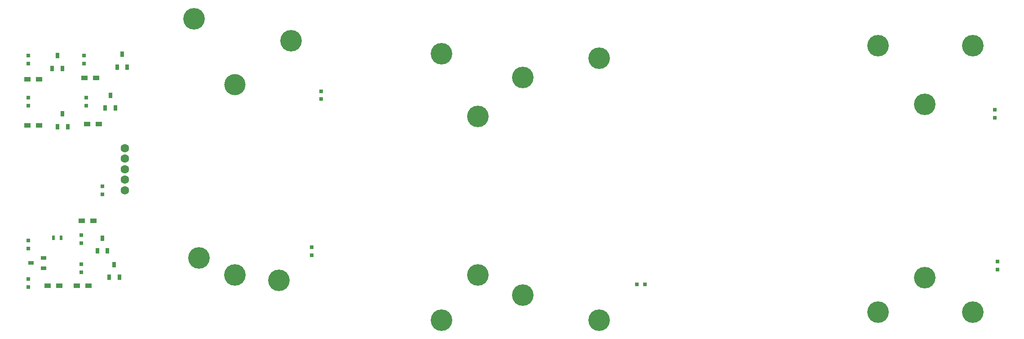
<source format=gbr>
G04 #@! TF.FileFunction,Soldermask,Top*
%FSLAX46Y46*%
G04 Gerber Fmt 4.6, Leading zero omitted, Abs format (unit mm)*
G04 Created by KiCad (PCBNEW (2015-07-16 BZR 5955, Git 27eafcb)-product) date 2015-11-01 22:56:04*
%MOMM*%
G01*
G04 APERTURE LIST*
%ADD10C,0.100000*%
%ADD11R,0.750000X0.800000*%
%ADD12R,0.800000X0.750000*%
%ADD13C,1.600000*%
%ADD14R,0.797560X0.797560*%
%ADD15R,0.500000X0.900000*%
%ADD16R,1.200000X0.900000*%
%ADD17R,1.000000X0.700000*%
%ADD18R,0.700000X1.000000*%
%ADD19C,4.000000*%
%ADD20C,4.064000*%
G04 APERTURE END LIST*
D10*
D11*
X77250000Y-75250000D03*
X77250000Y-76750000D03*
X118500000Y-58750000D03*
X118500000Y-57250000D03*
X116750000Y-88250000D03*
X116750000Y-86750000D03*
D12*
X179500000Y-93750000D03*
X178000000Y-93750000D03*
D11*
X245500000Y-62250000D03*
X245500000Y-60750000D03*
X246000000Y-91000000D03*
X246000000Y-89500000D03*
D13*
X81500000Y-68000000D03*
X81500000Y-70000000D03*
X81500000Y-72000000D03*
X81500000Y-74000000D03*
X81500000Y-76000000D03*
D14*
X63250000Y-86999300D03*
X63250000Y-85500700D03*
X63250000Y-92750700D03*
X63250000Y-94249300D03*
D15*
X68000000Y-85000000D03*
X69500000Y-85000000D03*
D16*
X66900000Y-94000000D03*
X69100000Y-94000000D03*
D17*
X66200000Y-90700000D03*
X66200000Y-88800000D03*
X63800000Y-89750000D03*
D14*
X63250000Y-50500700D03*
X63250000Y-51999300D03*
X63250000Y-58500700D03*
X63250000Y-59999300D03*
X73250000Y-85999300D03*
X73250000Y-84500700D03*
X73250000Y-90000700D03*
X73250000Y-91499300D03*
X73750000Y-50500700D03*
X73750000Y-51999300D03*
X74250000Y-58500700D03*
X74250000Y-59999300D03*
D18*
X67800000Y-52950000D03*
X69700000Y-52950000D03*
X68750000Y-50550000D03*
X68800000Y-63950000D03*
X70700000Y-63950000D03*
X69750000Y-61550000D03*
X76300000Y-87450000D03*
X78200000Y-87450000D03*
X77250000Y-85050000D03*
X78550000Y-92450000D03*
X80450000Y-92450000D03*
X79500000Y-90050000D03*
X80050000Y-52700000D03*
X81950000Y-52700000D03*
X81000000Y-50300000D03*
X77800000Y-60450000D03*
X79700000Y-60450000D03*
X78750000Y-58050000D03*
D16*
X63150000Y-55000000D03*
X65350000Y-55000000D03*
X63150000Y-63750000D03*
X65350000Y-63750000D03*
X73400000Y-81750000D03*
X75600000Y-81750000D03*
X74600000Y-94000000D03*
X72400000Y-94000000D03*
X73900000Y-54750000D03*
X76100000Y-54750000D03*
X74400000Y-63500000D03*
X76600000Y-63500000D03*
D19*
X102250000Y-56000000D03*
D20*
X102250000Y-92000000D03*
X148000000Y-92000000D03*
X232250000Y-92500000D03*
X232250000Y-59750000D03*
X148000000Y-62000000D03*
X110500000Y-93050000D03*
X94500000Y-43550000D03*
X141200000Y-100550000D03*
X141200000Y-50150000D03*
X170900000Y-100550000D03*
X170900000Y-51050000D03*
X223500000Y-48650000D03*
X223500000Y-99050000D03*
X241300000Y-48650000D03*
X241300000Y-99050000D03*
X95500000Y-88750000D03*
X112800000Y-47750000D03*
X156500000Y-95850000D03*
X156500000Y-54650000D03*
M02*

</source>
